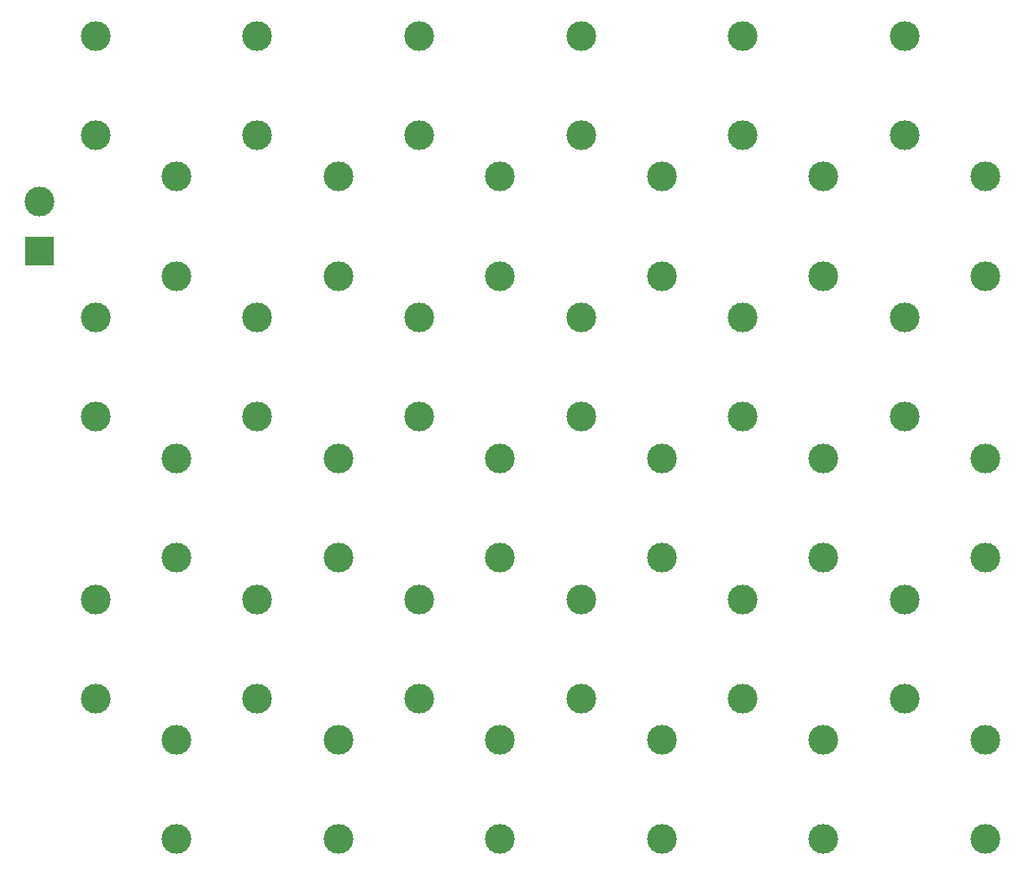
<source format=gbr>
%TF.GenerationSoftware,KiCad,Pcbnew,(7.0.0)*%
%TF.CreationDate,2023-03-09T18:18:53+01:00*%
%TF.ProjectId,ultrasonic array,756c7472-6173-46f6-9e69-632061727261,rev?*%
%TF.SameCoordinates,PX838a157PY7d6ad8a*%
%TF.FileFunction,Soldermask,Top*%
%TF.FilePolarity,Negative*%
%FSLAX46Y46*%
G04 Gerber Fmt 4.6, Leading zero omitted, Abs format (unit mm)*
G04 Created by KiCad (PCBNEW (7.0.0)) date 2023-03-09 18:18:53*
%MOMM*%
%LPD*%
G01*
G04 APERTURE LIST*
%ADD10C,3.000000*%
%ADD11R,3.000000X3.000000*%
G04 APERTURE END LIST*
D10*
%TO.C,LS24*%
X66620953Y28909642D03*
X66620953Y38909642D03*
%TD*%
%TO.C,LS9*%
X17720953Y57309642D03*
X17720953Y67309642D03*
%TD*%
%TO.C,LS29*%
X42170953Y14709642D03*
X42170953Y24709642D03*
%TD*%
%TO.C,LS26*%
X-6729047Y14709642D03*
X-6729047Y24709642D03*
%TD*%
%TO.C,LS20*%
X1420953Y28909642D03*
X1420953Y38909642D03*
%TD*%
%TO.C,LS12*%
X66620953Y57309642D03*
X66620953Y67309642D03*
%TD*%
%TO.C,LS1*%
X-23029047Y71509642D03*
X-23029047Y81509642D03*
%TD*%
%TO.C,LS2*%
X-6729047Y71509642D03*
X-6729047Y81509642D03*
%TD*%
%TO.C,LS13*%
X-23029047Y43109642D03*
X-23029047Y53109642D03*
%TD*%
%TO.C,LS5*%
X42170953Y71509642D03*
X42170953Y81509642D03*
%TD*%
%TO.C,LS35*%
X50320953Y509642D03*
X50320953Y10509642D03*
%TD*%
%TO.C,LS22*%
X34020953Y28909642D03*
X34020953Y38909642D03*
%TD*%
%TO.C,LS23*%
X50320953Y28909642D03*
X50320953Y38909642D03*
%TD*%
%TO.C,LS4*%
X25870953Y71509642D03*
X25870953Y81509642D03*
%TD*%
%TO.C,LS34*%
X34020953Y509642D03*
X34020953Y10509642D03*
%TD*%
%TO.C,LS21*%
X17720953Y28909642D03*
X17720953Y38909642D03*
%TD*%
%TO.C,LS18*%
X58470953Y43109642D03*
X58470953Y53109642D03*
%TD*%
%TO.C,LS11*%
X50320953Y57309642D03*
X50320953Y67309642D03*
%TD*%
%TO.C,LS28*%
X25870953Y14709642D03*
X25870953Y24709642D03*
%TD*%
%TO.C,LS10*%
X34020953Y57309642D03*
X34020953Y67309642D03*
%TD*%
%TO.C,LS31*%
X-14879047Y509642D03*
X-14879047Y10509642D03*
%TD*%
%TO.C,LS14*%
X-6729047Y43109642D03*
X-6729047Y53109642D03*
%TD*%
%TO.C,LS3*%
X9570953Y71509642D03*
X9570953Y81509642D03*
%TD*%
%TO.C,LS30*%
X58470953Y14709642D03*
X58470953Y24709642D03*
%TD*%
%TO.C,LS16*%
X25870953Y43109642D03*
X25870953Y53109642D03*
%TD*%
%TO.C,LS25*%
X-23029047Y14709642D03*
X-23029047Y24709642D03*
%TD*%
%TO.C,LS7*%
X-14879047Y57309642D03*
X-14879047Y67309642D03*
%TD*%
%TO.C,LS6*%
X58470953Y71509642D03*
X58470953Y81509642D03*
%TD*%
%TO.C,LS8*%
X1420953Y57309642D03*
X1420953Y67309642D03*
%TD*%
%TO.C,LS36*%
X66620953Y509642D03*
X66620953Y10509642D03*
%TD*%
%TO.C,LS33*%
X17720953Y509642D03*
X17720953Y10509642D03*
%TD*%
%TO.C,LS19*%
X-14879047Y28909642D03*
X-14879047Y38909642D03*
%TD*%
%TO.C,LS27*%
X9570953Y14709642D03*
X9570953Y24709642D03*
%TD*%
%TO.C,LS17*%
X42170953Y43109642D03*
X42170953Y53109642D03*
%TD*%
%TO.C,LS15*%
X9570953Y43109642D03*
X9570953Y53109642D03*
%TD*%
%TO.C,LS32*%
X1420953Y509642D03*
X1420953Y10509642D03*
%TD*%
D11*
%TO.C,J1*%
X-28719837Y59808107D03*
D10*
X-28719838Y64808108D03*
%TD*%
M02*

</source>
